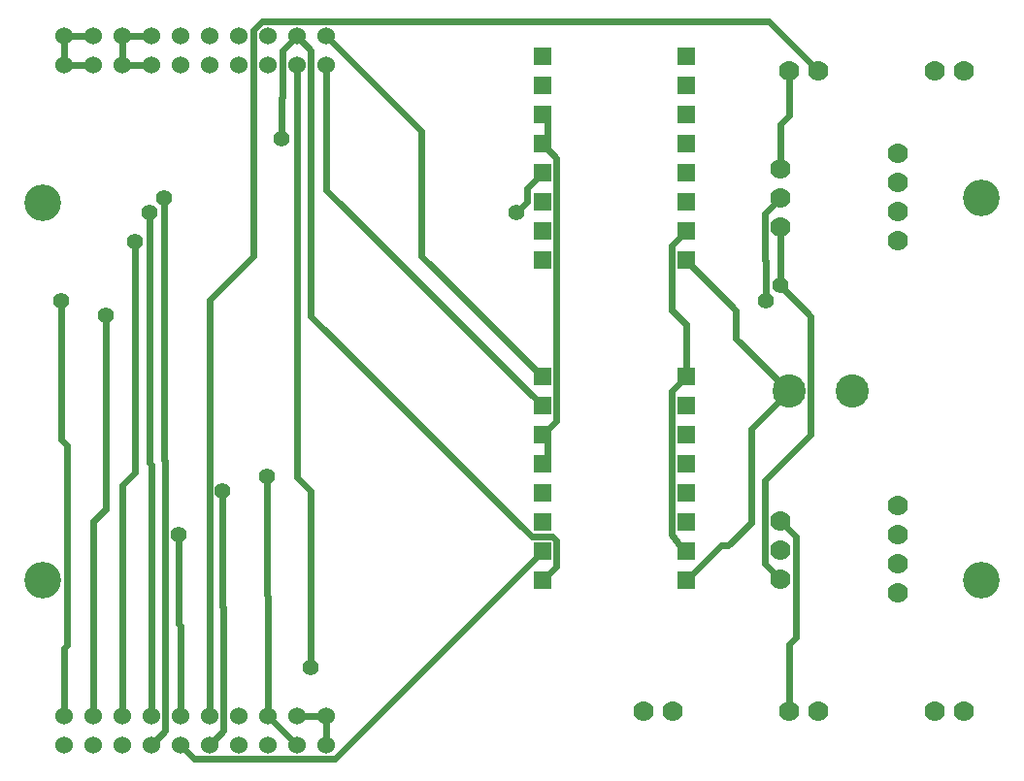
<source format=gbl>
*
*
G04 PADS 9.3.1 Build Number: 456998 generated Gerber (RS-274-X) file*
G04 PC Version=2.1*
*
%IN "ArmControl.pcb"*%
*
%MOIN*%
*
%FSLAX35Y35*%
*
*
*
*
G04 PC Standard Apertures*
*
*
G04 Thermal Relief Aperture macro.*
%AMTER*
1,1,$1,0,0*
1,0,$1-$2,0,0*
21,0,$3,$4,0,0,45*
21,0,$3,$4,0,0,135*
%
*
*
G04 Annular Aperture macro.*
%AMANN*
1,1,$1,0,0*
1,0,$2,0,0*
%
*
*
G04 Odd Aperture macro.*
%AMODD*
1,1,$1,0,0*
1,0,$1-0.005,0,0*
%
*
*
G04 PC Custom Aperture Macros*
*
*
*
*
*
*
G04 PC Aperture Table*
*
%ADD010C,0.001*%
%ADD026C,0.06*%
%ADD027R,0.06X0.06*%
%ADD037C,0.055*%
%ADD051C,0.07*%
%ADD175C,0.11417*%
%ADD192C,0.12598*%
%ADD193C,0.024*%
*
*
*
*
G04 PC Circuitry*
G04 Layer Name ArmControl.pcb - circuitry*
%LPD*%
*
*
G04 PC Custom Flashes*
G04 Layer Name ArmControl.pcb - flashes*
%LPD*%
*
*
G04 PC Circuitry*
G04 Layer Name ArmControl.pcb - circuitry*
%LPD*%
*
G54D10*
G54D26*
G01X21067Y8508D03*
Y18508D03*
X31067Y8508D03*
Y18508D03*
X41067Y8508D03*
Y18508D03*
X51067Y8508D03*
Y18508D03*
X61067Y8508D03*
Y18508D03*
X71067Y8508D03*
Y18508D03*
X81067Y8508D03*
Y18508D03*
X91067Y8508D03*
Y18508D03*
X101067Y8508D03*
Y18508D03*
X111067Y8508D03*
Y18508D03*
X21067Y242258D03*
Y252258D03*
X31067Y242258D03*
Y252258D03*
X41067Y242258D03*
Y252258D03*
X51067Y242258D03*
Y252258D03*
X61067Y242258D03*
Y252258D03*
X71067Y242258D03*
Y252258D03*
X81067Y242258D03*
Y252258D03*
X91067Y242258D03*
Y252258D03*
X101067Y242258D03*
Y252258D03*
X111067Y242258D03*
Y252258D03*
G54D27*
X234685Y175000D03*
Y185000D03*
Y195000D03*
Y205000D03*
Y215000D03*
Y225000D03*
Y235000D03*
Y245000D03*
X185315D03*
Y235000D03*
Y225000D03*
Y215000D03*
Y205000D03*
Y195000D03*
Y185000D03*
Y175000D03*
X234685Y65000D03*
Y75000D03*
Y85000D03*
Y95000D03*
Y105000D03*
Y115000D03*
Y125000D03*
Y135000D03*
X185315D03*
Y125000D03*
Y115000D03*
Y105000D03*
Y95000D03*
Y85000D03*
Y75000D03*
Y65000D03*
G54D37*
X105827Y35276D03*
X60472Y80630D03*
X75591Y95748D03*
X90709Y100787D03*
X35276Y156220D03*
X20157Y161260D03*
X262047D03*
X267087Y166299D03*
X45354Y181417D03*
X55433Y196535D03*
X50394Y191496D03*
X176378D03*
X95748Y216693D03*
G54D51*
X330000Y20000D03*
X320000D03*
X267087Y65512D03*
Y75512D03*
Y85512D03*
Y186457D03*
Y196457D03*
Y206457D03*
X220000Y20000D03*
X230000D03*
X320000Y240000D03*
X330000D03*
X270000Y20000D03*
X280000D03*
X307402Y211654D03*
Y201654D03*
Y191654D03*
Y181654D03*
Y90709D03*
Y80709D03*
Y70709D03*
Y60709D03*
X270000Y240000D03*
X280000D03*
G54D175*
X270000Y130000D03*
X291654D03*
G54D192*
X13780Y64961D03*
Y194882D03*
X336220Y196535D03*
Y64961D03*
G54D193*
X185315Y75000D02*
X114023Y3708D01*
X65867*
X61067Y8508*
X51067D02*
X55867Y13308D01*
Y106024*
X71067Y8508D02*
X75867Y13308D01*
Y55709*
X101067Y8508D02*
X91067Y18508D01*
X111067Y8508D02*
Y18508D01*
X21067D02*
Y41945D01*
X22029Y42907*
Y111608*
X31067Y18508D02*
Y85385D01*
X35276Y89594*
Y156220*
X41067Y18508D02*
Y97944D01*
X45354Y102231*
Y181417*
X51067Y18508D02*
Y104790D01*
X50394Y105464*
Y191496*
X61067Y18508D02*
Y49397D01*
X60472Y49991*
Y80630*
X71067Y18508D02*
Y58572D01*
X71041Y58599*
Y161538*
X91067Y18508D02*
Y59594D01*
X90709Y59952*
Y100787*
X101067Y18508D02*
X111067D01*
X270000Y20000D02*
Y43115D01*
X272387Y45502*
X105827Y35276D02*
Y95763D01*
X101067Y100523*
Y242258*
X272387Y45502D02*
Y80212D01*
X267087Y85512*
X75867Y55709D02*
X75591Y55985D01*
Y95748*
X185315Y65000D02*
X190115Y69800D01*
X234685Y65000D02*
X246761Y77076D01*
X249205*
X257008Y84879*
Y117008*
X270000Y130000*
X267087Y65512D02*
X261787Y70812D01*
Y99437*
X190115Y69800D02*
Y78746D01*
X188861Y80000*
X181769*
X105867Y155902*
Y247259*
X101067Y252258*
X234685Y75000D02*
X234295D01*
X232885Y76800*
X229885Y80630*
Y130200*
X55867Y106024D02*
X55433Y106458D01*
Y196535*
X185315Y105000D02*
X187115D01*
Y115000*
X261787Y99437D02*
X277509Y115159D01*
X277509D02*
Y155877D01*
X22029Y111608D02*
X20157Y113479D01*
Y161260*
X187115Y115000D02*
X185315D01*
X190115Y119800*
Y210200*
X185315Y125000D02*
X111067Y199248D01*
Y242258*
X185315Y135000D02*
X143847Y176468D01*
Y219477*
X111067Y252258*
X229885Y130200D02*
X234685Y135000D01*
Y153127*
X229885Y157927*
Y180200*
X270000Y130000D02*
X251824Y148176D01*
Y157861*
X234685Y175000*
X277509Y155877D02*
X267087Y166299D01*
X71041Y161538D02*
X86067Y176564D01*
Y254046*
X89079Y257058*
X262942*
X262047Y161260D02*
Y174905D01*
X261787Y175166*
Y191157*
X267087Y166299D02*
Y186457D01*
X229885Y180200D02*
X234685Y185000D01*
X176378Y191496D02*
X180055Y195173D01*
Y199740*
X185315Y205000*
X261787Y191157D02*
X267087Y196457D01*
Y206457D02*
Y221772D01*
X270000Y224685*
Y240000*
X95748Y216693D02*
Y230697D01*
X96067Y231016*
Y247258*
X101067Y252258*
X185315Y215000D02*
X187115D01*
Y225000*
X190115Y210200D02*
X185315Y215000D01*
X187115Y225000D02*
X185315D01*
X21067Y252258D02*
Y242258D01*
X31067*
X41067Y252258D02*
Y242258D01*
X51067*
X280000Y240000D02*
X262942Y257058D01*
X21067Y252258D02*
X31067D01*
X41067D02*
X51067D01*
X0Y0D02*
M02*

</source>
